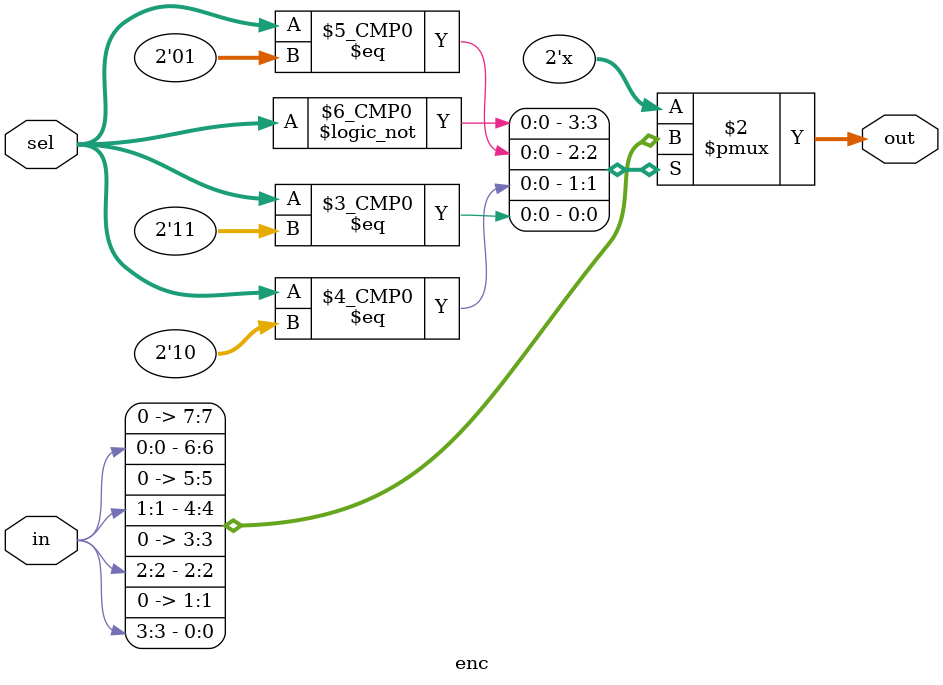
<source format=v>
module enc(in, out, sel); 
  
 input [3:0] in; 
 input [1:0] sel; 
  
 output reg [1:0] out; 
  
 always @(*) 
 begin 
         case(sel) 
                 2'b00: out = in[0]; 
                 2'b01: out = in[1]; 
                 2'b10: out = in[2]; 
                 2'b11: out = in[3]; 
         endcase 
 end 
  
 endmodule

</source>
